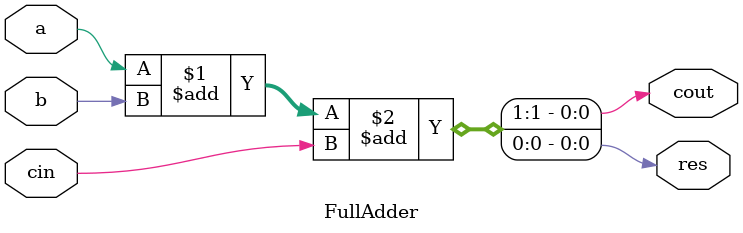
<source format=v>
`timescale 1ns / 1ps

module Adder(
	input [31:0]a,
	input [31:0]b,
	output [31:0] res
    );
	 
wire [32:0]wires;
assign wires[0] = 0;

genvar var;

generate
	for (var = 0; var < 32; var = var + 1) begin
		FullAdder fa(.a(a[var]),
			.b(b[var]), 
			.cin(wires[var]), 
			.cout(wires[var+1]), 
			.res(res[var]));
	end

endgenerate

endmodule

module FullAdder(
	input a, 
	input b,
	input cin, 
	output cout, 
	output res
	 );

assign {cout, res} = a + b + cin;

endmodule

</source>
